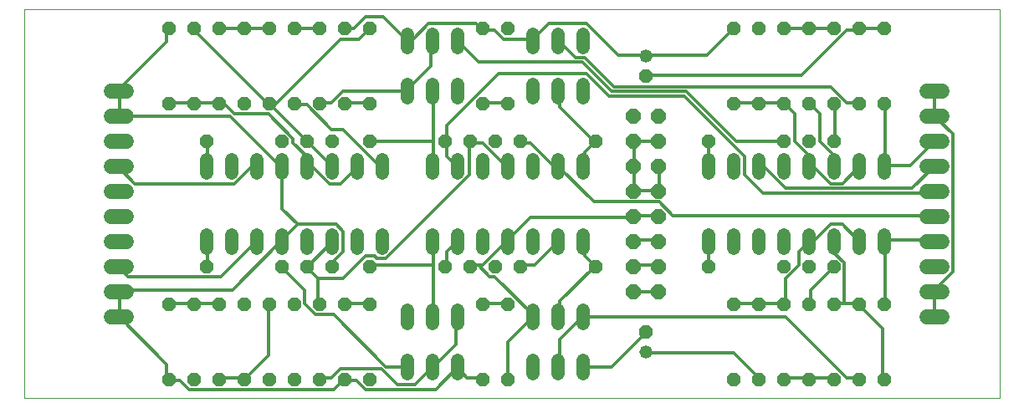
<source format=gtl>
G75*
%MOIN*%
%OFA0B0*%
%FSLAX25Y25*%
%IPPOS*%
%LPD*%
%AMOC8*
5,1,8,0,0,1.08239X$1,22.5*
%
%ADD10C,0.00000*%
%ADD11C,0.05200*%
%ADD12OC8,0.05200*%
%ADD13C,0.05200*%
%ADD14C,0.06000*%
%ADD15OC8,0.06000*%
%ADD16C,0.01200*%
D10*
X0001000Y0001000D02*
X0001000Y0155961D01*
X0389701Y0155961D01*
X0389701Y0001000D01*
X0001000Y0001000D01*
D11*
X0073500Y0060900D02*
X0073500Y0066100D01*
X0083500Y0066100D02*
X0083500Y0060900D01*
X0093500Y0060900D02*
X0093500Y0066100D01*
X0103500Y0066100D02*
X0103500Y0060900D01*
X0113500Y0060900D02*
X0113500Y0066100D01*
X0123500Y0066100D02*
X0123500Y0060900D01*
X0133500Y0060900D02*
X0133500Y0066100D01*
X0143500Y0066100D02*
X0143500Y0060900D01*
X0163500Y0060900D02*
X0163500Y0066100D01*
X0173500Y0066100D02*
X0173500Y0060900D01*
X0183500Y0060900D02*
X0183500Y0066100D01*
X0193500Y0066100D02*
X0193500Y0060900D01*
X0203500Y0060900D02*
X0203500Y0066100D01*
X0213500Y0066100D02*
X0213500Y0060900D01*
X0223500Y0060900D02*
X0223500Y0066100D01*
X0273500Y0066100D02*
X0273500Y0060900D01*
X0283500Y0060900D02*
X0283500Y0066100D01*
X0293500Y0066100D02*
X0293500Y0060900D01*
X0303500Y0060900D02*
X0303500Y0066100D01*
X0313500Y0066100D02*
X0313500Y0060900D01*
X0323500Y0060900D02*
X0323500Y0066100D01*
X0333500Y0066100D02*
X0333500Y0060900D01*
X0343500Y0060900D02*
X0343500Y0066100D01*
X0343500Y0090900D02*
X0343500Y0096100D01*
X0333500Y0096100D02*
X0333500Y0090900D01*
X0323500Y0090900D02*
X0323500Y0096100D01*
X0313500Y0096100D02*
X0313500Y0090900D01*
X0303500Y0090900D02*
X0303500Y0096100D01*
X0293500Y0096100D02*
X0293500Y0090900D01*
X0283500Y0090900D02*
X0283500Y0096100D01*
X0273500Y0096100D02*
X0273500Y0090900D01*
X0223500Y0090900D02*
X0223500Y0096100D01*
X0213500Y0096100D02*
X0213500Y0090900D01*
X0203500Y0090900D02*
X0203500Y0096100D01*
X0193500Y0096100D02*
X0193500Y0090900D01*
X0183500Y0090900D02*
X0183500Y0096100D01*
X0173500Y0096100D02*
X0173500Y0090900D01*
X0163500Y0090900D02*
X0163500Y0096100D01*
X0143500Y0096100D02*
X0143500Y0090900D01*
X0133500Y0090900D02*
X0133500Y0096100D01*
X0123500Y0096100D02*
X0123500Y0090900D01*
X0113500Y0090900D02*
X0113500Y0096100D01*
X0103500Y0096100D02*
X0103500Y0090900D01*
X0093500Y0090900D02*
X0093500Y0096100D01*
X0083500Y0096100D02*
X0083500Y0090900D01*
X0073500Y0090900D02*
X0073500Y0096100D01*
X0153500Y0120900D02*
X0153500Y0126100D01*
X0163500Y0126100D02*
X0163500Y0120900D01*
X0173500Y0120900D02*
X0173500Y0126100D01*
X0203500Y0126100D02*
X0203500Y0120900D01*
X0213500Y0120900D02*
X0213500Y0126100D01*
X0223500Y0126100D02*
X0223500Y0120900D01*
X0223500Y0140900D02*
X0223500Y0146100D01*
X0213500Y0146100D02*
X0213500Y0140900D01*
X0203500Y0140900D02*
X0203500Y0146100D01*
X0173500Y0146100D02*
X0173500Y0140900D01*
X0163500Y0140900D02*
X0163500Y0146100D01*
X0153500Y0146100D02*
X0153500Y0140900D01*
X0153500Y0036100D02*
X0153500Y0030900D01*
X0163500Y0030900D02*
X0163500Y0036100D01*
X0173500Y0036100D02*
X0173500Y0030900D01*
X0203500Y0030900D02*
X0203500Y0036100D01*
X0213500Y0036100D02*
X0213500Y0030900D01*
X0223500Y0030900D02*
X0223500Y0036100D01*
X0223500Y0016100D02*
X0223500Y0010900D01*
X0213500Y0010900D02*
X0213500Y0016100D01*
X0203500Y0016100D02*
X0203500Y0010900D01*
X0173500Y0010900D02*
X0173500Y0016100D01*
X0163500Y0016100D02*
X0163500Y0010900D01*
X0153500Y0010900D02*
X0153500Y0016100D01*
D12*
X0138500Y0008500D03*
X0128500Y0008500D03*
X0118500Y0008500D03*
X0108500Y0008500D03*
X0098500Y0008500D03*
X0088500Y0008500D03*
X0078500Y0008500D03*
X0068500Y0008500D03*
X0058500Y0008500D03*
X0058500Y0038500D03*
X0068500Y0038500D03*
X0078500Y0038500D03*
X0088500Y0038500D03*
X0098500Y0038500D03*
X0108500Y0038500D03*
X0118500Y0038500D03*
X0128500Y0038500D03*
X0138500Y0038500D03*
X0138500Y0053500D03*
X0123500Y0053500D03*
X0113500Y0053500D03*
X0103500Y0053500D03*
X0073500Y0053500D03*
X0168500Y0053500D03*
X0178500Y0053500D03*
X0188500Y0053500D03*
X0198500Y0053500D03*
X0228500Y0053500D03*
X0193500Y0038500D03*
X0183500Y0038500D03*
X0248500Y0027500D03*
X0283500Y0038500D03*
X0293500Y0038500D03*
X0303500Y0038500D03*
X0313500Y0038500D03*
X0323500Y0038500D03*
X0333500Y0038500D03*
X0343500Y0038500D03*
X0323500Y0053500D03*
X0313500Y0053500D03*
X0303500Y0053500D03*
X0273500Y0053500D03*
X0283500Y0008500D03*
X0293500Y0008500D03*
X0303500Y0008500D03*
X0313500Y0008500D03*
X0323500Y0008500D03*
X0333500Y0008500D03*
X0343500Y0008500D03*
X0193500Y0008500D03*
X0183500Y0008500D03*
X0178500Y0103500D03*
X0168500Y0103500D03*
X0188500Y0103500D03*
X0198500Y0103500D03*
X0228500Y0103500D03*
X0193500Y0118500D03*
X0183500Y0118500D03*
X0138500Y0118500D03*
X0128500Y0118500D03*
X0118500Y0118500D03*
X0108500Y0118500D03*
X0098500Y0118500D03*
X0088500Y0118500D03*
X0078500Y0118500D03*
X0068500Y0118500D03*
X0058500Y0118500D03*
X0073500Y0103500D03*
X0103500Y0103500D03*
X0113500Y0103500D03*
X0123500Y0103500D03*
X0138500Y0103500D03*
X0138500Y0148500D03*
X0128500Y0148500D03*
X0118500Y0148500D03*
X0108500Y0148500D03*
X0098500Y0148500D03*
X0088500Y0148500D03*
X0078500Y0148500D03*
X0068500Y0148500D03*
X0058500Y0148500D03*
X0183500Y0148500D03*
X0193500Y0148500D03*
X0248500Y0129500D03*
X0283500Y0118500D03*
X0293500Y0118500D03*
X0303500Y0118500D03*
X0313500Y0118500D03*
X0323500Y0118500D03*
X0333500Y0118500D03*
X0343500Y0118500D03*
X0323500Y0103500D03*
X0313500Y0103500D03*
X0303500Y0103500D03*
X0273500Y0103500D03*
X0283500Y0148500D03*
X0293500Y0148500D03*
X0303500Y0148500D03*
X0313500Y0148500D03*
X0323500Y0148500D03*
X0333500Y0148500D03*
X0343500Y0148500D03*
D13*
X0248500Y0137500D03*
X0248500Y0019500D03*
D14*
X0360500Y0033500D02*
X0366500Y0033500D01*
X0366500Y0043500D02*
X0360500Y0043500D01*
X0360500Y0053500D02*
X0366500Y0053500D01*
X0366500Y0063500D02*
X0360500Y0063500D01*
X0360500Y0073500D02*
X0366500Y0073500D01*
X0366500Y0083500D02*
X0360500Y0083500D01*
X0360500Y0093500D02*
X0366500Y0093500D01*
X0366500Y0103500D02*
X0360500Y0103500D01*
X0360500Y0113500D02*
X0366500Y0113500D01*
X0366500Y0123500D02*
X0360500Y0123500D01*
X0041500Y0123500D02*
X0035500Y0123500D01*
X0035500Y0113500D02*
X0041500Y0113500D01*
X0041500Y0103500D02*
X0035500Y0103500D01*
X0035500Y0093500D02*
X0041500Y0093500D01*
X0041500Y0083500D02*
X0035500Y0083500D01*
X0035500Y0073500D02*
X0041500Y0073500D01*
X0041500Y0063500D02*
X0035500Y0063500D01*
X0035500Y0053500D02*
X0041500Y0053500D01*
X0041500Y0043500D02*
X0035500Y0043500D01*
X0035500Y0033500D02*
X0041500Y0033500D01*
D15*
X0243500Y0043500D03*
X0253500Y0043500D03*
X0253500Y0053500D03*
X0243500Y0053500D03*
X0243500Y0063500D03*
X0253500Y0063500D03*
X0253500Y0073500D03*
X0243500Y0073500D03*
X0243500Y0083500D03*
X0253500Y0083500D03*
X0253500Y0093500D03*
X0243500Y0093500D03*
X0243500Y0103500D03*
X0253500Y0103500D03*
X0253500Y0113500D03*
X0243500Y0113500D03*
D16*
X0234100Y0121600D02*
X0225100Y0130600D01*
X0190000Y0130600D01*
X0169300Y0109900D01*
X0169300Y0103600D01*
X0168500Y0103500D01*
X0169300Y0102700D01*
X0169300Y0097300D01*
X0172900Y0093700D01*
X0173500Y0093500D01*
X0178300Y0090100D02*
X0178300Y0102700D01*
X0178500Y0103500D01*
X0179200Y0102700D01*
X0183700Y0102700D01*
X0192700Y0093700D01*
X0193500Y0093500D01*
X0178300Y0090100D02*
X0145000Y0056800D01*
X0141400Y0056800D01*
X0140500Y0057700D01*
X0136900Y0057700D01*
X0127900Y0048700D01*
X0118000Y0048700D01*
X0113500Y0053200D01*
X0113500Y0053500D01*
X0113500Y0053200D02*
X0123400Y0063100D01*
X0123500Y0063500D01*
X0127900Y0059500D02*
X0127900Y0067600D01*
X0125200Y0070300D01*
X0109900Y0070300D01*
X0103600Y0076600D01*
X0103600Y0092800D01*
X0103500Y0093500D01*
X0102700Y0093700D01*
X0082900Y0113500D01*
X0038800Y0113500D01*
X0038500Y0113500D01*
X0038800Y0113500D02*
X0038800Y0123400D01*
X0038500Y0123500D01*
X0038800Y0124300D01*
X0057700Y0143200D01*
X0057700Y0147700D01*
X0058500Y0148500D01*
X0068500Y0148500D02*
X0068500Y0147700D01*
X0098200Y0118000D01*
X0098500Y0118500D01*
X0100000Y0117100D01*
X0127000Y0144100D01*
X0134200Y0144100D01*
X0137800Y0147700D01*
X0138500Y0148500D01*
X0136900Y0153100D02*
X0132400Y0148600D01*
X0128800Y0148600D01*
X0128500Y0148500D01*
X0118500Y0148500D02*
X0118000Y0148600D01*
X0109000Y0148600D01*
X0108500Y0148500D01*
X0098500Y0148500D02*
X0098200Y0148600D01*
X0089200Y0148600D01*
X0088500Y0148500D01*
X0088300Y0148600D01*
X0079300Y0148600D01*
X0078500Y0148500D01*
X0123400Y0118900D02*
X0127900Y0123400D01*
X0153100Y0123400D01*
X0153500Y0123500D01*
X0154000Y0124300D01*
X0163000Y0133300D01*
X0163000Y0143200D01*
X0163500Y0143500D01*
X0162100Y0150400D02*
X0155800Y0144100D01*
X0154000Y0144100D01*
X0153500Y0143500D01*
X0153100Y0144100D01*
X0144100Y0153100D01*
X0136900Y0153100D01*
X0162100Y0150400D02*
X0181000Y0150400D01*
X0182800Y0148600D01*
X0183500Y0148500D01*
X0183700Y0147700D01*
X0188200Y0147700D01*
X0191800Y0144100D01*
X0203500Y0144100D01*
X0203500Y0143500D01*
X0203500Y0144100D02*
X0209800Y0150400D01*
X0225100Y0150400D01*
X0237700Y0137800D01*
X0248500Y0137800D01*
X0248500Y0137500D01*
X0248500Y0137800D02*
X0272800Y0137800D01*
X0283500Y0148500D01*
X0303500Y0148500D02*
X0304300Y0148600D01*
X0313300Y0148600D01*
X0313500Y0148500D01*
X0314200Y0148600D01*
X0323200Y0148600D01*
X0323500Y0148500D01*
X0328600Y0147700D02*
X0310600Y0129700D01*
X0248500Y0129700D01*
X0248500Y0129500D01*
X0235900Y0125200D02*
X0224200Y0136900D01*
X0220600Y0136900D01*
X0214300Y0143200D01*
X0213500Y0143500D01*
X0223300Y0135100D02*
X0181900Y0135100D01*
X0173500Y0143500D01*
X0163900Y0123400D02*
X0163500Y0123500D01*
X0163900Y0123400D02*
X0163900Y0103600D01*
X0138700Y0103600D01*
X0138500Y0103500D01*
X0127900Y0108100D02*
X0143200Y0092800D01*
X0143500Y0093500D01*
X0133500Y0093500D02*
X0133300Y0092800D01*
X0127000Y0086500D01*
X0122500Y0086500D01*
X0116200Y0092800D01*
X0113500Y0092800D01*
X0113500Y0093500D01*
X0113500Y0097300D01*
X0108100Y0102700D01*
X0108100Y0104500D01*
X0098200Y0114400D01*
X0084700Y0114400D01*
X0081100Y0118000D01*
X0079300Y0118000D01*
X0078500Y0118500D01*
X0078400Y0118900D01*
X0068500Y0118900D01*
X0068500Y0118500D01*
X0068500Y0118900D02*
X0058600Y0118900D01*
X0058500Y0118500D01*
X0073500Y0103500D02*
X0073900Y0102700D01*
X0073900Y0093700D01*
X0073500Y0093500D01*
X0084700Y0086500D02*
X0045100Y0086500D01*
X0038800Y0092800D01*
X0038500Y0093500D01*
X0084700Y0086500D02*
X0091000Y0092800D01*
X0092800Y0092800D01*
X0093500Y0093500D01*
X0113500Y0103500D02*
X0113500Y0103600D01*
X0100000Y0117100D01*
X0099100Y0118000D01*
X0098500Y0118500D01*
X0108500Y0118500D02*
X0109000Y0118000D01*
X0113500Y0118000D01*
X0123400Y0108100D01*
X0127900Y0108100D01*
X0113500Y0103600D02*
X0123400Y0093700D01*
X0123500Y0093500D01*
X0163500Y0093500D02*
X0163900Y0093700D01*
X0163900Y0103600D01*
X0183500Y0118500D02*
X0183700Y0118900D01*
X0192700Y0118900D01*
X0193500Y0118500D01*
X0213500Y0123500D02*
X0214300Y0123400D01*
X0214300Y0117100D01*
X0227800Y0103600D01*
X0228500Y0103500D01*
X0227800Y0102700D01*
X0224200Y0099100D01*
X0224200Y0093700D01*
X0223500Y0093500D01*
X0214300Y0092800D02*
X0213500Y0093500D01*
X0213400Y0093700D01*
X0211600Y0093700D01*
X0202600Y0102700D01*
X0199000Y0102700D01*
X0198500Y0103500D01*
X0214300Y0092800D02*
X0227800Y0079300D01*
X0253900Y0079300D01*
X0259300Y0073900D01*
X0362800Y0073900D01*
X0363500Y0073500D01*
X0362800Y0082900D02*
X0363500Y0083500D01*
X0362800Y0082900D02*
X0295300Y0082900D01*
X0288100Y0090100D01*
X0288100Y0097300D01*
X0263800Y0121600D01*
X0234100Y0121600D01*
X0235000Y0123400D02*
X0223300Y0135100D01*
X0235900Y0125200D02*
X0322300Y0125200D01*
X0328600Y0118900D01*
X0333100Y0118900D01*
X0333500Y0118500D01*
X0343500Y0118500D02*
X0343900Y0118000D01*
X0343900Y0093700D01*
X0343500Y0093500D01*
X0343900Y0093700D02*
X0353800Y0093700D01*
X0362800Y0102700D01*
X0363500Y0103500D01*
X0370900Y0106300D02*
X0363700Y0113500D01*
X0363500Y0113500D01*
X0363700Y0113500D02*
X0363700Y0123400D01*
X0363500Y0123500D01*
X0370900Y0106300D02*
X0370900Y0051400D01*
X0363700Y0044200D01*
X0363500Y0043500D01*
X0363700Y0043300D01*
X0363700Y0034300D01*
X0363500Y0033500D01*
X0343900Y0038800D02*
X0343500Y0038500D01*
X0343900Y0038800D02*
X0343900Y0063100D01*
X0343500Y0063500D01*
X0343900Y0064000D01*
X0362800Y0064000D01*
X0363500Y0063500D01*
X0333500Y0063500D02*
X0333100Y0064000D01*
X0326800Y0070300D01*
X0322300Y0070300D01*
X0316000Y0064000D01*
X0314200Y0064000D01*
X0313500Y0063500D01*
X0313300Y0063100D01*
X0309700Y0059500D01*
X0309700Y0054100D01*
X0304300Y0048700D01*
X0304300Y0038800D01*
X0303500Y0038500D01*
X0303400Y0038800D01*
X0293500Y0038800D01*
X0293500Y0038500D01*
X0293500Y0038800D02*
X0283600Y0038800D01*
X0283500Y0038500D01*
X0304300Y0033400D02*
X0224200Y0033400D01*
X0223500Y0033500D01*
X0223300Y0033400D01*
X0214300Y0024400D01*
X0214300Y0013600D01*
X0213500Y0013500D01*
X0223500Y0013500D02*
X0224200Y0013600D01*
X0235000Y0013600D01*
X0248500Y0027100D01*
X0248500Y0027500D01*
X0248500Y0019500D02*
X0248500Y0019000D01*
X0283600Y0019000D01*
X0293500Y0009100D01*
X0293500Y0008500D01*
X0303500Y0008500D02*
X0304300Y0009100D01*
X0313300Y0009100D01*
X0313500Y0008500D01*
X0314200Y0009100D01*
X0323200Y0009100D01*
X0323500Y0008500D01*
X0328600Y0009100D02*
X0304300Y0033400D01*
X0313500Y0038500D02*
X0314200Y0038800D01*
X0314200Y0044200D01*
X0323500Y0053500D01*
X0327700Y0055000D02*
X0327700Y0038800D01*
X0324100Y0038800D01*
X0323500Y0038500D01*
X0327700Y0038800D02*
X0333100Y0038800D01*
X0333500Y0038500D01*
X0334000Y0037900D01*
X0343000Y0028900D01*
X0343000Y0009100D01*
X0343500Y0008500D01*
X0333500Y0008500D02*
X0333100Y0009100D01*
X0328600Y0009100D01*
X0253500Y0043500D02*
X0253000Y0043300D01*
X0244000Y0043300D01*
X0243500Y0043500D01*
X0243500Y0053500D02*
X0244000Y0054100D01*
X0253000Y0054100D01*
X0253500Y0053500D01*
X0273500Y0053500D02*
X0273700Y0054100D01*
X0273700Y0063100D01*
X0273500Y0063500D01*
X0253500Y0063500D02*
X0253000Y0064000D01*
X0244000Y0064000D01*
X0243500Y0063500D01*
X0227800Y0054100D02*
X0224200Y0057700D01*
X0224200Y0063100D01*
X0223500Y0063500D01*
X0213500Y0063500D02*
X0213400Y0063100D01*
X0204400Y0054100D01*
X0199000Y0054100D01*
X0198500Y0053500D01*
X0188200Y0049600D02*
X0186400Y0049600D01*
X0181900Y0054100D01*
X0179200Y0054100D01*
X0178500Y0053500D01*
X0181900Y0054100D02*
X0183700Y0054100D01*
X0192700Y0063100D01*
X0193500Y0063500D01*
X0193600Y0064000D01*
X0202600Y0073000D01*
X0243100Y0073000D01*
X0243500Y0073500D01*
X0244000Y0073900D01*
X0253000Y0073900D01*
X0253500Y0073500D01*
X0253500Y0083500D02*
X0253000Y0083800D01*
X0244000Y0083800D01*
X0243500Y0083500D01*
X0244000Y0083800D02*
X0244000Y0092800D01*
X0243500Y0093500D01*
X0244000Y0093700D01*
X0244000Y0102700D01*
X0243500Y0103500D01*
X0244000Y0103600D01*
X0253000Y0103600D01*
X0253500Y0103500D01*
X0253500Y0093500D02*
X0253900Y0092800D01*
X0253900Y0083800D01*
X0253500Y0083500D01*
X0273500Y0093500D02*
X0273700Y0093700D01*
X0273700Y0102700D01*
X0273500Y0103500D01*
X0284500Y0103600D02*
X0264700Y0123400D01*
X0235000Y0123400D01*
X0283500Y0118500D02*
X0283600Y0118900D01*
X0293500Y0118900D01*
X0293500Y0118500D01*
X0293500Y0118900D02*
X0303400Y0118900D01*
X0303500Y0118500D01*
X0304300Y0118000D01*
X0307900Y0114400D01*
X0307900Y0103600D01*
X0313300Y0098200D01*
X0313300Y0093700D01*
X0313500Y0093500D01*
X0314200Y0092800D01*
X0316000Y0092800D01*
X0322300Y0086500D01*
X0326800Y0086500D01*
X0333100Y0092800D01*
X0333500Y0093500D01*
X0323500Y0093500D02*
X0323200Y0093700D01*
X0323200Y0098200D01*
X0317800Y0103600D01*
X0317800Y0114400D01*
X0314200Y0118000D01*
X0313500Y0118500D01*
X0323500Y0118500D02*
X0324100Y0118000D01*
X0324100Y0103600D01*
X0323500Y0103500D01*
X0303500Y0103500D02*
X0303400Y0103600D01*
X0284500Y0103600D01*
X0293500Y0093500D02*
X0293500Y0092800D01*
X0296200Y0092800D01*
X0304300Y0084700D01*
X0354700Y0084700D01*
X0363500Y0093500D01*
X0324100Y0063100D02*
X0323500Y0063500D01*
X0324100Y0063100D02*
X0324100Y0058600D01*
X0327700Y0055000D01*
X0228500Y0053500D02*
X0227800Y0054100D01*
X0227800Y0053200D02*
X0228500Y0053500D01*
X0227800Y0053200D02*
X0214300Y0039700D01*
X0214300Y0034300D01*
X0213500Y0033500D01*
X0203500Y0033500D02*
X0203500Y0034300D01*
X0188200Y0049600D01*
X0169300Y0054100D02*
X0168500Y0053500D01*
X0169300Y0054100D02*
X0169300Y0059500D01*
X0172900Y0063100D01*
X0173500Y0063500D01*
X0163900Y0063100D02*
X0163500Y0063500D01*
X0163900Y0063100D02*
X0163900Y0054100D01*
X0138700Y0054100D01*
X0138500Y0053500D01*
X0127900Y0059500D02*
X0124300Y0055900D01*
X0124300Y0054100D01*
X0123500Y0053500D01*
X0118000Y0048700D02*
X0118000Y0038800D01*
X0118500Y0038500D01*
X0117100Y0034300D02*
X0112600Y0038800D01*
X0112600Y0044200D01*
X0103600Y0053200D01*
X0103500Y0053500D01*
X0102700Y0063100D02*
X0083800Y0044200D01*
X0038800Y0044200D01*
X0038500Y0043500D01*
X0038800Y0043300D01*
X0038800Y0034300D01*
X0038500Y0033500D01*
X0038800Y0033400D01*
X0057700Y0014500D01*
X0057700Y0009100D01*
X0058500Y0008500D01*
X0058600Y0008200D01*
X0063100Y0008200D01*
X0066700Y0004600D01*
X0124300Y0004600D01*
X0127900Y0008200D01*
X0128500Y0008500D01*
X0128800Y0008200D01*
X0133300Y0008200D01*
X0136900Y0004600D01*
X0164800Y0004600D01*
X0172900Y0012700D01*
X0173500Y0013500D01*
X0173800Y0012700D01*
X0177400Y0009100D01*
X0182800Y0009100D01*
X0183500Y0008500D01*
X0193500Y0008500D02*
X0193600Y0009100D01*
X0193600Y0023500D01*
X0203500Y0033400D01*
X0203500Y0033500D01*
X0193500Y0038500D02*
X0192700Y0038800D01*
X0183700Y0038800D01*
X0183500Y0038500D01*
X0173500Y0033500D02*
X0172900Y0033400D01*
X0172900Y0022600D01*
X0163900Y0013600D01*
X0163500Y0013500D01*
X0163000Y0012700D01*
X0156700Y0006400D01*
X0149500Y0006400D01*
X0143200Y0012700D01*
X0127000Y0012700D01*
X0123400Y0009100D01*
X0118900Y0009100D01*
X0118500Y0008500D01*
X0098200Y0018100D02*
X0089200Y0009100D01*
X0088500Y0008500D01*
X0088300Y0009100D01*
X0079300Y0009100D01*
X0078500Y0008500D01*
X0098200Y0018100D02*
X0098200Y0037900D01*
X0098500Y0038500D01*
X0117100Y0034300D02*
X0124300Y0034300D01*
X0145000Y0013600D01*
X0153100Y0013600D01*
X0153500Y0013500D01*
X0163500Y0033500D02*
X0163900Y0034300D01*
X0163900Y0054100D01*
X0138500Y0038500D02*
X0137800Y0038800D01*
X0128800Y0038800D01*
X0128500Y0038500D01*
X0092800Y0063100D02*
X0079300Y0049600D01*
X0042400Y0049600D01*
X0038500Y0053500D01*
X0058600Y0038800D02*
X0058500Y0038500D01*
X0058600Y0038800D02*
X0068500Y0038800D01*
X0068500Y0038500D01*
X0068500Y0038800D02*
X0078400Y0038800D01*
X0078500Y0038500D01*
X0073500Y0053500D02*
X0073900Y0054100D01*
X0073900Y0063100D01*
X0073500Y0063500D01*
X0092800Y0063100D02*
X0093500Y0063500D01*
X0102700Y0063100D02*
X0103500Y0063500D01*
X0103600Y0064000D01*
X0109900Y0070300D01*
X0118500Y0118500D02*
X0118900Y0118900D01*
X0123400Y0118900D01*
X0128500Y0118500D02*
X0128800Y0118900D01*
X0137800Y0118900D01*
X0138500Y0118500D01*
X0328600Y0147700D02*
X0333100Y0147700D01*
X0333500Y0148500D01*
X0334000Y0148600D01*
X0343000Y0148600D01*
X0343500Y0148500D01*
M02*

</source>
